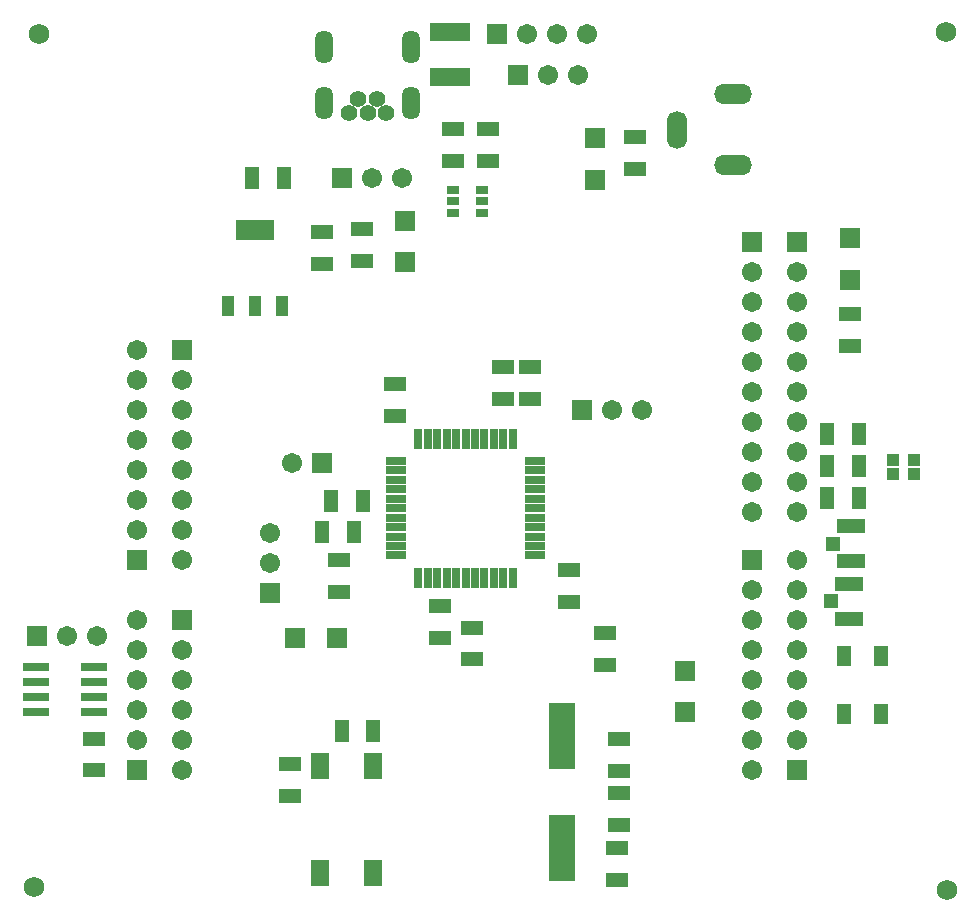
<source format=gts>
G04 Layer_Color=8388736*
%FSLAX25Y25*%
%MOIN*%
G70*
G01*
G75*
%ADD44R,0.09461X0.04934*%
%ADD45R,0.04934X0.04737*%
%ADD46R,0.07493X0.05131*%
%ADD47R,0.05131X0.07493*%
%ADD48R,0.13792X0.06312*%
%ADD49R,0.06706X0.06706*%
%ADD50R,0.02768X0.06706*%
%ADD51R,0.06706X0.02768*%
%ADD52R,0.08674X0.22453*%
%ADD53R,0.06233X0.09068*%
%ADD54R,0.04737X0.06706*%
%ADD55R,0.08600X0.03000*%
%ADD56R,0.04343X0.03950*%
%ADD57R,0.03950X0.02965*%
%ADD58R,0.13000X0.07100*%
%ADD59R,0.04100X0.07100*%
%ADD60R,0.06706X0.06706*%
%ADD61C,0.06706*%
%ADD62C,0.06800*%
%ADD63C,0.05556*%
%ADD64O,0.05950X0.11099*%
%ADD65O,0.06737X0.12674*%
%ADD66O,0.12674X0.06737*%
D44*
X282800Y100493D02*
D03*
Y112107D02*
D03*
X283400Y119600D02*
D03*
Y131214D02*
D03*
D45*
X276796Y106300D02*
D03*
X277396Y125407D02*
D03*
D46*
X211400Y250385D02*
D03*
Y261015D02*
D03*
X283100Y202015D02*
D03*
Y191385D02*
D03*
X201400Y85185D02*
D03*
Y95815D02*
D03*
X112700Y109285D02*
D03*
Y119915D02*
D03*
X120600Y219785D02*
D03*
Y230415D02*
D03*
X167600Y184315D02*
D03*
Y173685D02*
D03*
X176600Y184315D02*
D03*
Y173685D02*
D03*
X146500Y94170D02*
D03*
Y104800D02*
D03*
X157300Y86885D02*
D03*
Y97515D02*
D03*
X131400Y168200D02*
D03*
Y178830D02*
D03*
X205500Y13400D02*
D03*
Y24030D02*
D03*
X206000Y49800D02*
D03*
Y60430D02*
D03*
X96400Y52015D02*
D03*
Y41385D02*
D03*
X31300Y49885D02*
D03*
Y60515D02*
D03*
X150900Y253085D02*
D03*
Y263715D02*
D03*
X162600Y253085D02*
D03*
Y263715D02*
D03*
X107300Y229415D02*
D03*
Y218785D02*
D03*
X189400Y106085D02*
D03*
Y116715D02*
D03*
X206000Y42300D02*
D03*
Y31670D02*
D03*
D47*
X286015Y151300D02*
D03*
X275385D02*
D03*
X107185Y129400D02*
D03*
X117815D02*
D03*
X110285Y139600D02*
D03*
X120915D02*
D03*
X124315Y63000D02*
D03*
X113685D02*
D03*
X286015Y162100D02*
D03*
X275385D02*
D03*
X286215Y140800D02*
D03*
X275585D02*
D03*
X83785Y247400D02*
D03*
X94415D02*
D03*
D48*
X149700Y280920D02*
D03*
Y295880D02*
D03*
D49*
X134800Y233090D02*
D03*
Y219310D02*
D03*
X198100Y260580D02*
D03*
Y246800D02*
D03*
X283100Y227290D02*
D03*
Y213510D02*
D03*
X228000Y69210D02*
D03*
Y82990D02*
D03*
X89700Y109200D02*
D03*
X250600Y226000D02*
D03*
X265600D02*
D03*
X60600Y100000D02*
D03*
X45600Y120000D02*
D03*
Y50000D02*
D03*
X60600Y190000D02*
D03*
X250600Y120000D02*
D03*
X265600Y50000D02*
D03*
D50*
X139252Y160528D02*
D03*
X142402D02*
D03*
X145551D02*
D03*
X148701D02*
D03*
X151850D02*
D03*
X155000D02*
D03*
X158150D02*
D03*
X161299D02*
D03*
X164449D02*
D03*
X167598D02*
D03*
X170748D02*
D03*
Y114072D02*
D03*
X167598D02*
D03*
X164449D02*
D03*
X161299D02*
D03*
X158150D02*
D03*
X155000D02*
D03*
X151850D02*
D03*
X148701D02*
D03*
X145551D02*
D03*
X142402D02*
D03*
X139252D02*
D03*
D51*
X178228Y153048D02*
D03*
Y149898D02*
D03*
Y146749D02*
D03*
Y143599D02*
D03*
Y140450D02*
D03*
Y137300D02*
D03*
Y134150D02*
D03*
Y131001D02*
D03*
Y127851D02*
D03*
Y124702D02*
D03*
Y121552D02*
D03*
X131772D02*
D03*
Y124702D02*
D03*
Y127851D02*
D03*
Y131001D02*
D03*
Y134150D02*
D03*
Y137300D02*
D03*
Y140450D02*
D03*
Y143599D02*
D03*
Y146749D02*
D03*
Y149898D02*
D03*
Y153048D02*
D03*
D52*
X187100Y61401D02*
D03*
Y23999D02*
D03*
D53*
X106381Y51413D02*
D03*
X124019D02*
D03*
X106381Y15587D02*
D03*
X124019D02*
D03*
D54*
X293599Y68754D02*
D03*
X281001D02*
D03*
Y88046D02*
D03*
X293599D02*
D03*
D55*
X31300Y84400D02*
D03*
Y79400D02*
D03*
Y74400D02*
D03*
Y69400D02*
D03*
X11900D02*
D03*
Y74400D02*
D03*
Y79400D02*
D03*
Y84400D02*
D03*
D56*
X297357Y148738D02*
D03*
X304443D02*
D03*
X297357Y153462D02*
D03*
X304443D02*
D03*
D57*
X160324Y243340D02*
D03*
Y239600D02*
D03*
Y235860D02*
D03*
X150876Y243340D02*
D03*
Y239600D02*
D03*
Y235860D02*
D03*
D58*
X84800Y230000D02*
D03*
D59*
X93900Y204800D02*
D03*
X84800D02*
D03*
X75700D02*
D03*
D60*
X98310Y94200D02*
D03*
X112090D02*
D03*
X165600Y295500D02*
D03*
X107000Y152500D02*
D03*
X193700Y170000D02*
D03*
X12200Y94700D02*
D03*
X113800Y247400D02*
D03*
X172500Y281700D02*
D03*
D61*
X89700Y119200D02*
D03*
Y129200D02*
D03*
X175600Y295500D02*
D03*
X185600D02*
D03*
X195600D02*
D03*
X250600Y216000D02*
D03*
Y196000D02*
D03*
Y186000D02*
D03*
Y176000D02*
D03*
Y166000D02*
D03*
Y156000D02*
D03*
Y146000D02*
D03*
Y136000D02*
D03*
Y206000D02*
D03*
X265600Y216000D02*
D03*
Y196000D02*
D03*
Y186000D02*
D03*
Y176000D02*
D03*
Y166000D02*
D03*
Y156000D02*
D03*
Y146000D02*
D03*
Y136000D02*
D03*
Y206000D02*
D03*
X60600Y50000D02*
D03*
Y60000D02*
D03*
Y70000D02*
D03*
Y80000D02*
D03*
Y90000D02*
D03*
X45600Y190000D02*
D03*
Y180000D02*
D03*
Y170000D02*
D03*
Y160000D02*
D03*
Y150000D02*
D03*
Y140000D02*
D03*
Y130000D02*
D03*
Y100000D02*
D03*
Y90000D02*
D03*
Y80000D02*
D03*
Y70000D02*
D03*
Y60000D02*
D03*
X60600Y120000D02*
D03*
Y130000D02*
D03*
Y140000D02*
D03*
Y150000D02*
D03*
Y160000D02*
D03*
Y170000D02*
D03*
Y180000D02*
D03*
X250600Y50000D02*
D03*
Y60000D02*
D03*
Y70000D02*
D03*
Y80000D02*
D03*
Y90000D02*
D03*
Y100000D02*
D03*
Y110000D02*
D03*
X265600Y120000D02*
D03*
Y110000D02*
D03*
Y100000D02*
D03*
Y90000D02*
D03*
Y80000D02*
D03*
Y70000D02*
D03*
Y60000D02*
D03*
X97000Y152500D02*
D03*
X213700Y170000D02*
D03*
X203700D02*
D03*
X32200Y94700D02*
D03*
X22200D02*
D03*
X133800Y247400D02*
D03*
X123800D02*
D03*
X192500Y281700D02*
D03*
X182500D02*
D03*
D62*
X315400Y10100D02*
D03*
X11000Y11000D02*
D03*
X12900Y295500D02*
D03*
X315100Y296200D02*
D03*
D63*
X128632Y268956D02*
D03*
X122333D02*
D03*
X116034D02*
D03*
X125483Y273680D02*
D03*
X119184D02*
D03*
D64*
X136900Y291200D02*
D03*
Y272499D02*
D03*
X107766D02*
D03*
Y291200D02*
D03*
D65*
X225596Y263520D02*
D03*
D66*
X244100Y275332D02*
D03*
Y251709D02*
D03*
M02*

</source>
